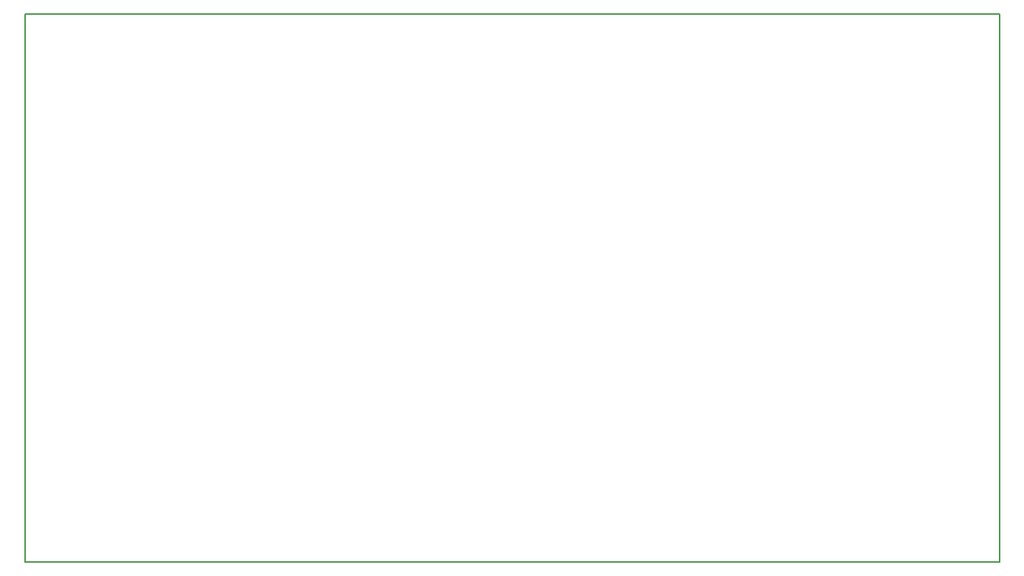
<source format=gm1>
G04 Layer_Color=16711935*
%FSLAX25Y25*%
%MOIN*%
G70*
G01*
G75*
%ADD25C,0.00500*%
D25*
X440000Y0D02*
Y247500D01*
X0D01*
Y0D02*
Y247500D01*
X440000Y0D02*
X0D01*
M02*

</source>
